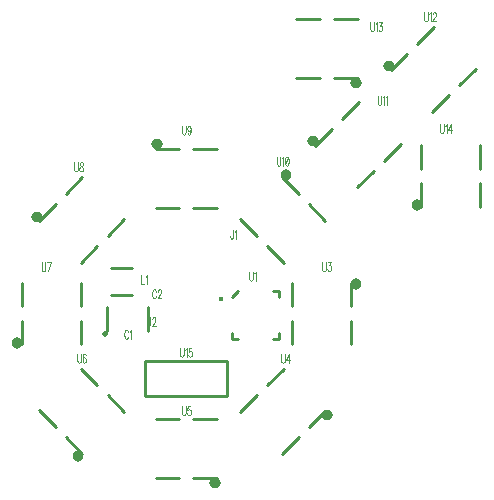
<source format=gto>
G04 DipTrace 2.4.0.2*
%INmale.gto*%
%MOMM*%
%ADD10C,0.25*%
%ADD26O,0.4X0.437*%
%ADD31O,0.5X0.5*%
%ADD34O,0.925X0.975*%
%ADD36O,0.975X0.925*%
%ADD57C,0.118*%
%FSLAX53Y53*%
G04*
G71*
G90*
G75*
G01*
%LNTopSilk*%
%LPD*%
X20285Y30336D2*
D10*
X21985D1*
X20285Y28036D2*
X21985D1*
D26*
X29588Y27728D3*
X30504Y27873D2*
D10*
X31004Y28374D1*
X34004D2*
X34504D1*
Y27873D1*
Y24873D2*
Y24373D1*
X34004D1*
X30504Y24873D2*
Y24373D1*
X31004D1*
X19939Y27027D2*
Y25027D1*
X23340Y27027D2*
Y25027D1*
D31*
X19764Y24777D3*
X40588Y23893D2*
D10*
Y25893D1*
X35588Y23893D2*
Y25893D1*
Y27093D2*
Y29093D1*
X40588Y27093D2*
Y29093D1*
D34*
X40950Y28956D3*
X34720Y14601D2*
D10*
X36134Y16015D1*
X31184Y18136D2*
X32598Y19551D1*
X33447Y20399D2*
X34861Y21813D1*
X36983Y16863D2*
X38397Y18277D1*
D36*
X38556Y17924D3*
X24029Y12534D2*
D10*
X26029D1*
X24029Y17534D2*
X26029D1*
X27229D2*
X29229D1*
X27229Y12534D2*
X29229D1*
D36*
X29091Y12172D3*
X14153Y18278D2*
D10*
X15567Y16864D1*
X17689Y21813D2*
X19103Y20399D1*
X19951Y19550D2*
X21366Y18136D1*
X16416Y16014D2*
X17830Y14600D1*
D34*
X17477Y14441D3*
X12669Y29093D2*
D10*
Y27093D1*
X17669Y29093D2*
Y27093D1*
Y25893D2*
Y23893D1*
X12669Y25893D2*
Y23893D1*
D34*
X12307Y24030D3*
X17830Y38019D2*
D10*
X16416Y36605D1*
X21366Y34483D2*
X19952Y33069D1*
X19102Y32221D2*
X17688Y30807D1*
X15567Y35757D2*
X14153Y34342D1*
D36*
X13994Y34696D3*
X29229Y40452D2*
D10*
X27229D1*
X29229Y35452D2*
X27229D1*
X26029D2*
X24029D1*
X26029Y40452D2*
X24029D1*
D36*
X24166Y40815D3*
X38397Y34342D2*
D10*
X36982Y35756D1*
X34861Y30807D2*
X33446Y32221D1*
X32598Y33070D2*
X31184Y34484D1*
X36134Y36605D2*
X34720Y38019D1*
D34*
X35073Y38179D3*
X41225Y44383D2*
D10*
X39811Y42969D1*
X44761Y40848D2*
X43347Y39433D1*
X42497Y38585D2*
X41083Y37171D1*
X38962Y42121D2*
X37548Y40707D1*
D36*
X37389Y41060D3*
X47589Y50747D2*
D10*
X46175Y49333D1*
X51125Y47212D2*
X49711Y45797D1*
X48861Y44949D2*
X47447Y43535D1*
X45326Y48485D2*
X43912Y47071D1*
D36*
X43753Y47424D3*
X35919Y46393D2*
D10*
X37918D1*
X35919Y51393D2*
X37918D1*
X39118D2*
X41118D1*
X39118Y46393D2*
X41118D1*
D36*
X40981Y46031D3*
X46528Y40741D2*
D10*
Y38741D1*
X51528Y40741D2*
Y38741D1*
Y37541D2*
Y35541D1*
X46528Y37541D2*
Y35541D1*
D34*
X46166Y35678D3*
X23097Y19467D2*
D10*
Y22467D1*
X30097D1*
Y19467D1*
X23097D1*
X21698Y24926D2*
D57*
X21676Y24999D1*
X21632Y25072D1*
X21589Y25108D1*
X21501D1*
X21458Y25072D1*
X21414Y24999D1*
X21392Y24926D1*
X21370Y24817D1*
Y24634D1*
X21392Y24525D1*
X21414Y24452D1*
X21458Y24380D1*
X21501Y24343D1*
X21589D1*
X21632Y24380D1*
X21676Y24452D1*
X21698Y24525D1*
X21839Y24962D2*
X21883Y24999D1*
X21949Y25107D1*
Y24343D1*
X24062Y28349D2*
X24040Y28422D1*
X23996Y28495D1*
X23953Y28531D1*
X23865D1*
X23821Y28495D1*
X23778Y28422D1*
X23755Y28349D1*
X23734Y28240D1*
Y28057D1*
X23755Y27948D1*
X23778Y27875D1*
X23821Y27803D1*
X23865Y27766D1*
X23953D1*
X23996Y27803D1*
X24040Y27875D1*
X24062Y27948D1*
X24225Y28348D2*
Y28385D1*
X24247Y28458D1*
X24269Y28494D1*
X24313Y28530D1*
X24400D1*
X24443Y28494D1*
X24465Y28458D1*
X24487Y28385D1*
Y28312D1*
X24465Y28239D1*
X24422Y28130D1*
X24203Y27766D1*
X24509D1*
X30573Y33575D2*
Y32992D1*
X30551Y32882D1*
X30529Y32846D1*
X30486Y32809D1*
X30442D1*
X30398Y32846D1*
X30377Y32882D1*
X30354Y32992D1*
Y33064D1*
X30714Y33428D2*
X30758Y33465D1*
X30824Y33574D1*
Y32809D1*
X22793Y29744D2*
Y28978D1*
X23055D1*
X23196Y29597D2*
X23240Y29634D1*
X23306Y29743D1*
Y28978D1*
X31942Y30039D2*
Y29493D1*
X31964Y29383D1*
X32008Y29311D1*
X32074Y29274D1*
X32117D1*
X32183Y29311D1*
X32227Y29383D1*
X32249Y29493D1*
Y30039D1*
X32390Y29893D2*
X32434Y29930D1*
X32499Y30038D1*
Y29274D1*
X23275Y26209D2*
Y25663D1*
X23297Y25553D1*
X23341Y25481D1*
X23407Y25444D1*
X23450D1*
X23516Y25481D1*
X23560Y25553D1*
X23582Y25663D1*
Y26209D1*
X23745Y26026D2*
Y26063D1*
X23767Y26136D1*
X23789Y26172D1*
X23833Y26208D1*
X23920D1*
X23963Y26172D1*
X23985Y26136D1*
X24007Y26063D1*
Y25990D1*
X23985Y25917D1*
X23942Y25808D1*
X23723Y25444D1*
X24029D1*
X38123Y30859D2*
Y30312D1*
X38145Y30203D1*
X38189Y30130D1*
X38255Y30093D1*
X38298D1*
X38364Y30130D1*
X38408Y30203D1*
X38429Y30312D1*
Y30859D1*
X38615Y30858D2*
X38855D1*
X38724Y30567D1*
X38789D1*
X38833Y30531D1*
X38855Y30494D1*
X38877Y30385D1*
Y30312D1*
X38855Y30203D1*
X38811Y30130D1*
X38746Y30093D1*
X38680D1*
X38615Y30130D1*
X38593Y30167D1*
X38571Y30239D1*
X34654Y23072D2*
Y22526D1*
X34676Y22416D1*
X34720Y22344D1*
X34786Y22307D1*
X34829D1*
X34895Y22344D1*
X34939Y22416D1*
X34961Y22526D1*
Y23072D1*
X35321Y22307D2*
Y23071D1*
X35102Y22562D1*
X35430D1*
X26252Y18650D2*
Y18103D1*
X26273Y17994D1*
X26317Y17921D1*
X26383Y17884D1*
X26427D1*
X26492Y17921D1*
X26536Y17994D1*
X26558Y18103D1*
Y18650D1*
X26961Y18649D2*
X26743D1*
X26721Y18322D1*
X26743Y18358D1*
X26809Y18395D1*
X26874D1*
X26940Y18358D1*
X26984Y18285D1*
X27005Y18176D1*
Y18103D1*
X26984Y17994D1*
X26940Y17921D1*
X26874Y17884D1*
X26809D1*
X26743Y17921D1*
X26721Y17958D1*
X26699Y18030D1*
X17394Y23072D2*
Y22526D1*
X17415Y22416D1*
X17459Y22344D1*
X17525Y22307D1*
X17568D1*
X17634Y22344D1*
X17678Y22416D1*
X17700Y22526D1*
Y23072D1*
X18103Y22963D2*
X18082Y23035D1*
X18016Y23072D1*
X17972D1*
X17907Y23035D1*
X17863Y22926D1*
X17841Y22744D1*
Y22562D1*
X17863Y22416D1*
X17907Y22343D1*
X17972Y22307D1*
X17994D1*
X18059Y22343D1*
X18103Y22416D1*
X18125Y22526D1*
Y22562D1*
X18103Y22671D1*
X18059Y22744D1*
X17994Y22780D1*
X17972D1*
X17907Y22744D1*
X17863Y22671D1*
X17841Y22562D1*
X14380Y30859D2*
Y30312D1*
X14402Y30203D1*
X14446Y30130D1*
X14511Y30093D1*
X14555D1*
X14620Y30130D1*
X14664Y30203D1*
X14686Y30312D1*
Y30859D1*
X14915Y30093D2*
X15134Y30858D1*
X14827D1*
X17131Y39278D2*
Y38732D1*
X17153Y38622D1*
X17197Y38550D1*
X17262Y38513D1*
X17306D1*
X17372Y38550D1*
X17416Y38622D1*
X17437Y38732D1*
Y39278D1*
X17688Y39277D2*
X17622Y39241D1*
X17600Y39169D1*
Y39096D1*
X17622Y39023D1*
X17666Y38986D1*
X17753Y38950D1*
X17819Y38914D1*
X17862Y38840D1*
X17884Y38768D1*
Y38658D1*
X17862Y38586D1*
X17841Y38549D1*
X17775Y38513D1*
X17688D1*
X17622Y38549D1*
X17600Y38586D1*
X17578Y38658D1*
Y38768D1*
X17600Y38840D1*
X17644Y38914D1*
X17709Y38950D1*
X17797Y38986D1*
X17841Y39023D1*
X17862Y39096D1*
Y39169D1*
X17841Y39241D1*
X17775Y39277D1*
X17688D1*
X26263Y42393D2*
Y41846D1*
X26284Y41737D1*
X26328Y41664D1*
X26394Y41627D1*
X26437D1*
X26503Y41664D1*
X26547Y41737D1*
X26569Y41846D1*
Y42393D1*
X26995Y42138D2*
X26972Y42028D1*
X26929Y41955D1*
X26863Y41919D1*
X26841D1*
X26776Y41955D1*
X26732Y42028D1*
X26710Y42138D1*
Y42174D1*
X26732Y42284D1*
X26776Y42356D1*
X26841Y42392D1*
X26863D1*
X26929Y42356D1*
X26972Y42284D1*
X26995Y42138D1*
Y41955D1*
X26972Y41773D1*
X26929Y41664D1*
X26863Y41627D1*
X26820D1*
X26754Y41664D1*
X26732Y41737D1*
X34288Y39782D2*
Y39235D1*
X34310Y39126D1*
X34354Y39053D1*
X34419Y39016D1*
X34463D1*
X34529Y39053D1*
X34573Y39126D1*
X34594Y39235D1*
Y39782D1*
X34735Y39635D2*
X34779Y39672D1*
X34845Y39781D1*
Y39016D1*
X35118Y39781D2*
X35052Y39745D1*
X35008Y39635D1*
X34986Y39453D1*
Y39344D1*
X35008Y39162D1*
X35052Y39052D1*
X35118Y39016D1*
X35161D1*
X35227Y39052D1*
X35270Y39162D1*
X35293Y39344D1*
Y39453D1*
X35270Y39635D1*
X35227Y39745D1*
X35161Y39781D1*
X35118D1*
X35270Y39635D2*
X35008Y39162D1*
X42828Y44926D2*
Y44379D1*
X42849Y44270D1*
X42893Y44197D1*
X42959Y44160D1*
X43002D1*
X43068Y44197D1*
X43112Y44270D1*
X43134Y44379D1*
Y44926D1*
X43275Y44779D2*
X43319Y44816D1*
X43385Y44925D1*
Y44160D1*
X43526Y44779D2*
X43570Y44816D1*
X43636Y44925D1*
Y44160D1*
X46764Y52007D2*
Y51460D1*
X46786Y51350D1*
X46830Y51278D1*
X46896Y51241D1*
X46939D1*
X47005Y51278D1*
X47049Y51350D1*
X47070Y51460D1*
Y52007D1*
X47212Y51860D2*
X47256Y51897D1*
X47321Y52006D1*
Y51241D1*
X47485Y51824D2*
Y51860D1*
X47506Y51933D1*
X47528Y51970D1*
X47572Y52006D1*
X47660D1*
X47703Y51970D1*
X47725Y51933D1*
X47747Y51860D1*
Y51788D1*
X47725Y51714D1*
X47681Y51606D1*
X47463Y51241D1*
X47769D1*
X42196Y51136D2*
Y50589D1*
X42218Y50479D1*
X42262Y50407D1*
X42328Y50370D1*
X42371D1*
X42437Y50407D1*
X42481Y50479D1*
X42503Y50589D1*
Y51136D1*
X42644Y50989D2*
X42688Y51026D1*
X42753Y51135D1*
Y50370D1*
X42939Y51135D2*
X43179D1*
X43048Y50843D1*
X43113D1*
X43157Y50807D1*
X43179Y50771D1*
X43201Y50661D1*
Y50589D1*
X43179Y50479D1*
X43135Y50406D1*
X43069Y50370D1*
X43004D1*
X42939Y50406D1*
X42917Y50443D1*
X42895Y50516D1*
X48103Y42507D2*
Y41960D1*
X48124Y41851D1*
X48168Y41778D1*
X48234Y41741D1*
X48277D1*
X48343Y41778D1*
X48387Y41851D1*
X48409Y41960D1*
Y42507D1*
X48550Y42360D2*
X48594Y42398D1*
X48660Y42506D1*
Y41741D1*
X49020D2*
Y42506D1*
X48801Y41997D1*
X49129D1*
X26095Y23583D2*
Y23036D1*
X26117Y22927D1*
X26161Y22854D1*
X26226Y22817D1*
X26270D1*
X26335Y22854D1*
X26379Y22927D1*
X26401Y23036D1*
Y23583D1*
X26542Y23436D2*
X26586Y23474D1*
X26652Y23582D1*
Y22817D1*
X27055Y23582D2*
X26837D1*
X26815Y23255D1*
X26837Y23291D1*
X26903Y23328D1*
X26968D1*
X27034Y23291D1*
X27078Y23218D1*
X27099Y23109D1*
Y23036D1*
X27078Y22927D1*
X27034Y22854D1*
X26968Y22817D1*
X26903D1*
X26837Y22854D1*
X26815Y22891D1*
X26793Y22963D1*
M02*

</source>
